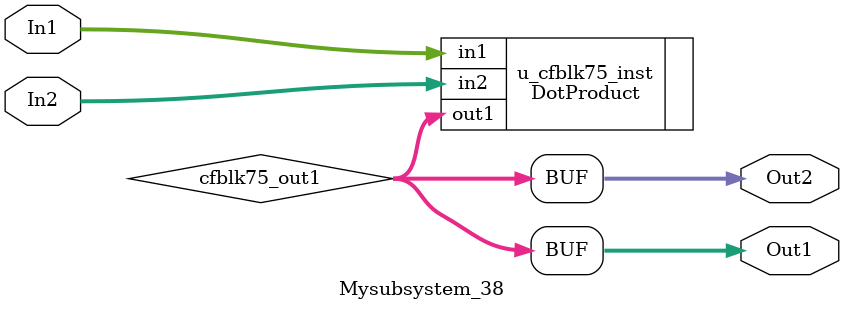
<source format=v>



`timescale 1 ns / 1 ns

module Mysubsystem_38
          (In1,
           In2,
           Out1,
           Out2);


  input   [7:0] In1;  // uint8
  input   [7:0] In2;  // uint8
  output  [15:0] Out1;  // uint16
  output  [15:0] Out2;  // uint16


  wire [15:0] cfblk75_out1;  // uint16


  DotProduct u_cfblk75_inst (.in1(In1),  // uint8
                             .in2(In2),  // uint8
                             .out1(cfblk75_out1)  // uint16
                             );

  assign Out1 = cfblk75_out1;

  assign Out2 = cfblk75_out1;

endmodule  // Mysubsystem_38


</source>
